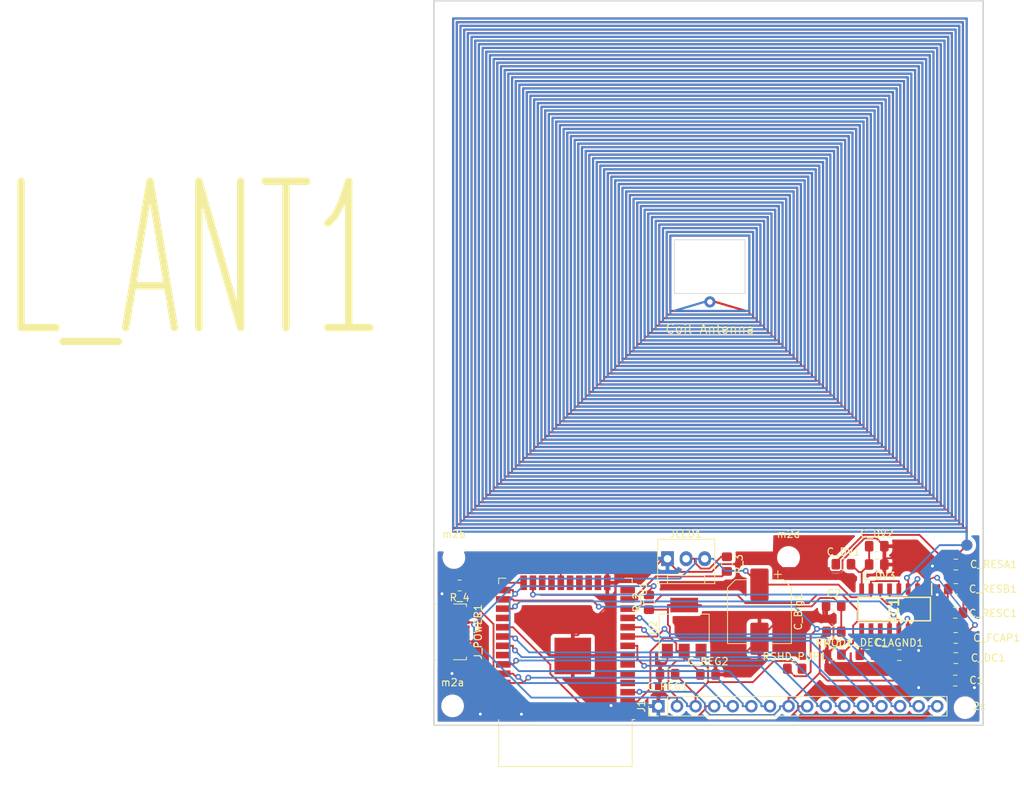
<source format=kicad_pcb>
(kicad_pcb (version 20211014) (generator pcbnew)
  (layers (0 "F.Cu" signal) (31 "B.Cu" signal) (34 "B.Paste" user) (35 "F.Paste" user) (36 "B.SilkS" user "B.Silkscreen") (37 "F.SilkS" user "F.Silkscreen") (38 "B.Mask" user) (39 "F.Mask" user) (44 "Edge.Cuts" user))
  (net 0 "")
  (net 1 "GND")
  (net 2 "+3V3")
  (net 3 "Net-(C_AGND1-Pad1)")
  (net 4 "+5V")
  (net 5 "Net-(C_DC1-Pad1)")
  (net 6 "Net-(C_DEC1-Pad1)")
  (net 7 "Net-(C_DEC1-Pad2)")
  (net 8 "Net-(C_DV1-Pad1)")
  (net 9 "Net-(C_FCAP1-Pad1)")
  (net 10 "Net-(C_RESA1-Pad2)")
  (net 11 "Net-(IC1-Pad3)")
  (net 12 "/EN")
  (net 13 "/RX")
  (net 17 "unconnected-(J_POWER1-Pad6)")
  (net 18 "Net-(R_4-Pad1)")
  (net 23 "/5")
  (net 24 "/22")
  (net 25 "/21")
  (net 26 "/19")
  (net 32 "Net-(U1-Pad20)")
  (net 35 "/18")
  (net 36 "/25")
  (net 38 "/26")
  (net 40 "Net-(JLED1-Pad2)")
  (net 41 "/TX")
  (net 42 "Net-(C_DV1-Pad2)")
  (net 43 "Net-(R_3-Pad2)")
  (net 44 "/IO0")
  (net 45 "/32")
  (net 46 "/RDY_CLK")
  (net 47 "/MOD")
  (net 48 "/DEMOD_OUT")
  (net 49 "/SHD")
  (net 50 "/33")
  (footprint "Connector_USB:USB_Micro-B_Molex_47346-0001" (layer "F.Cu") (at 68.58 142.24 -90)
    (fp_text reference "J_POWER1")
    (fp_text value "USB_B_Micro")
  )
  (footprint "Package_TO_SOT_SMD:SOT-223-3_TabPin2" (layer "F.Cu") (at 100.0472 141.7183 90)
    (fp_text reference "U2")
    (fp_text value "NCP1117-3.3_SOT223")
  )
  (footprint "MountingHole:MountingHole_2.1mm" (layer "F.Cu") (at 114.3 132.08)
    (fp_text reference "m2d")
    (fp_text value "MountingHole_2.1mm")
  )
  (footprint "Connector:FanPinHeader_1x03_P2.54mm_Vertical" (layer "F.Cu") (at 97.7657 132.2433)
    (fp_text reference "JLED1")
    (fp_text value "Conn_01x03")
  )
  (footprint "MountingHole:MountingHole_2.1mm" (layer "F.Cu") (at 68.58 132.08)
    (fp_text reference "m2b")
    (fp_text value "MountingHole_2.1mm")
  )
  (footprint "Capacitor_SMD:C_0805_2012Metric_Pad1.18x1.45mm_HandSolder" (layer "F.Cu") (at 120.4672 138.6641)
    (fp_text reference "C2")
    (fp_text value "1uf")
  )
  (footprint "Capacitor_SMD:C_0805_2012Metric_Pad1.18x1.45mm_HandSolder" (layer "F.Cu") (at 137.16 145.8251)
    (fp_text reference "C_DC1")
    (fp_text value "10NF")
  )
  (footprint "pcb_inductors:60_turn_square_inductor_corrected" (layer "F.Cu") (at 103.5535 93.2118)
    (fp_text reference "L_ANT1")
    (fp_text value "Coil Antenna")
  )
  (footprint "Capacitor_SMD:C_0805_2012Metric_Pad1.18x1.45mm_HandSolder" (layer "F.Cu") (at 97.7755 148.0291 180)
    (fp_text reference "C_REG1")
    (fp_text value "10uf")
  )
  (footprint "Capacitor_SMD:C_0805_2012Metric_Pad1.18x1.45mm_HandSolder" (layer "F.Cu") (at 126.3508 133.0364)
    (fp_text reference "C_DV3")
    (fp_text value "optional")
  )
  (footprint "Capacitor_SMD:C_0805_2012Metric_Pad1.18x1.45mm_HandSolder" (layer "F.Cu") (at 103.2885 148.0582)
    (fp_text reference "C_REG2")
    (fp_text value "10uf")
  )
  (footprint "Capacitor_SMD:C_0805_2012Metric_Pad1.18x1.45mm_HandSolder" (layer "F.Cu") (at 137.1355 143.0688)
    (fp_text reference "C_FCAP1")
    (fp_text value "10nf")
  )
  (footprint "MountingHole:MountingHole_2.1mm" (layer "F.Cu") (at 138.4204 152.599)
    (fp_text reference "m2c")
    (fp_text value "MountingHole_2.1mm")
  )
  (footprint "Capacitor_SMD:CP_Elec_8x10.5" (layer "F.Cu") (at 110.3283 139.4774 -90)
    (fp_text reference "C_Big1")
    (fp_text value "100uf")
  )
  (footprint "Capacitor_SMD:C_0805_2012Metric_Pad1.18x1.45mm_HandSolder" (layer "F.Cu") (at 137.0915 139.6246 180)
    (fp_text reference "C_RESC1")
    (fp_text value "optional")
  )
  (footprint "Resistor_SMD:R_0805_2012Metric_Pad1.20x1.40mm_HandSolder" (layer "F.Cu") (at 95.2306 138.2008 90)
    (fp_text reference "R_2")
    (fp_text value "5k1")
  )
  (footprint "Resistor_SMD:R_0805_2012Metric_Pad1.20x1.40mm_HandSolder" (layer "F.Cu") (at 120.4989 142.2132 180)
    (fp_text reference "R_1")
    (fp_text value "12K")
  )
  (footprint "Capacitor_SMD:C_0805_2012Metric_Pad1.18x1.45mm_HandSolder" (layer "F.Cu") (at 121.7981 132.9918)
    (fp_text reference "C_DV1")
    (fp_text value "0.1nf")
  )
  (footprint "Resistor_SMD:R_0805_2012Metric_Pad1.20x1.40mm_HandSolder" (layer "F.Cu") (at 115.138 147.2729)
    (fp_text reference "RSHD_PUP1")
    (fp_text value "12k")
  )
  (footprint "Capacitor_SMD:C_0805_2012Metric_Pad1.18x1.45mm_HandSolder" (layer "F.Cu") (at 126.3535 130.5276)
    (fp_text reference "C_DV2")
    (fp_text value "3.6nf")
  )
  (footprint "Capacitor_SMD:C_0805_2012Metric_Pad1.18x1.45mm_HandSolder" (layer "F.Cu") (at 125.0798 145.3772)
    (fp_text reference "C_DEC1")
    (fp_text value "100nf")
  )
  (footprint "MountingHole:MountingHole_2.1mm" (layer "F.Cu") (at 68.4005 152.3587)
    (fp_text reference "m2a")
    (fp_text value "MountingHole_2.1mm")
  )
  (footprint "Capacitor_SMD:C_0805_2012Metric_Pad1.18x1.45mm_HandSolder" (layer "F.Cu") (at 137.1551 136.3786)
    (fp_text reference "C_RESB1")
    (fp_text value "470pf")
  )
  (footprint "Connector_PinHeader_2.54mm:PinHeader_1x16_P2.54mm_Vertical" (layer "F.Cu") (at 96.52 152.4 90)
    (fp_text reference "J1")
    (fp_text value "Conn_01x16_Male")
  )
  (footprint "MyLib:SOIC127P602X173-16N" (layer "F.Cu") (at 128.7385 139.122 -90)
    (fp_text reference "IC1")
    (fp_text value "EM4095" hide)
  )
  (footprint "Capacitor_SMD:C_0805_2012Metric_Pad1.18x1.45mm_HandSolder" (layer "F.Cu") (at 137.0804 148.8995 180)
    (fp_text reference "C1")
    (fp_text value "0.1uf")
  )
  (footprint "Capacitor_SMD:C_0805_2012Metric_Pad1.18x1.45mm_HandSolder" (layer "F.Cu") (at 129.4351 145.4138)
    (fp_text reference "C_AGND1")
    (fp_text value "100nf")
  )
  (footprint "Resistor_SMD:R_0805_2012Metric_Pad1.20x1.40mm_HandSolder" (layer "F.Cu") (at 69.3627 135.9022 180)
    (fp_text reference "R_4")
    (fp_text value "5k1")
  )
  (footprint "Capacitor_SMD:C_0805_2012Metric_Pad1.18x1.45mm_HandSolder" (layer "F.Cu") (at 137.16 133.0364)
    (fp_text reference "C_RESA1")
    (fp_text value "2.2nf")
  )
  (footprint "RF_Module:ESP32-WROOM-32" (layer "F.Cu") (at 83.82 144.78 180)
    (fp_text reference "U1")
    (fp_text value "ESP32-WROOM-32")
  )
  (footprint "Resistor_SMD:R_0805_2012Metric_Pad1.20x1.40mm_HandSolder" (layer "F.Cu") (at 105.878 132.9722 -90)
    (fp_text reference "R_3")
    (fp_text value "470")
  )
  (footprint "Resistor_SMD:R_0805_2012Metric_Pad1.20x1.40mm_HandSolder" (layer "F.Cu") (at 120.5355 145.3504)
    (fp_text reference "RMOD1")
    (fp_text value "12k")
  )
  (gr_line (start 133.197525 135.188454) (end 134.62 134.62) (layer "F.Cu") (width 0.2))
  (gr_line (start 139.760626 141.291481) (end 138.399182 142.634147) (layer "F.Cu") (width 0.2))
  (gr_line (start 139.770015 141.31026) (end 134.615305 134.841051) (layer "B.Cu") (width 0.2))
  (gr_line (start 98.729823 88.631514) (end 108.352615 88.631514) (layer "Edge.Cuts") (width 0.1))
  (gr_line (start 108.352615 95.98376) (end 98.729823 95.98376) (layer "Edge.Cuts") (width 0.1))
  (gr_line (start 98.729823 95.98376) (end 98.729823 88.631514) (layer "Edge.Cuts") (width 0.1))
  (gr_rect (start 65.850777 55.956309) (end 140.882618 155.016309) (layer "Edge.Cuts") (width 0.2) (fill none))
  (gr_line (start 108.352615 88.631514) (end 108.352615 95.98376) (layer "Edge.Cuts") (width 0.1))
  (via (at 139.77471 141.296176) (size 0.8) (drill 0.4) (layers "F.Cu" "B.Cu") (net 0))
  (via (at 134.605916 134.841051) (size 0.8) (drill 0.4) (layers "F.Cu" "B.Cu") (net 0))
  (segment (start 68.707 136.5316) (end 72.0639 139.8885) (width 0.25) (layer "F.Cu") (net 1))
  (segment (start 127.391 130.5276) (end 127.391 132.1734) (width 0.25) (layer "F.Cu") (net 1))
  (segment (start 68.707 135.9022) (end 68.707 136.5316) (width 0.25) (layer "F.Cu") (net 1))
  (segment (start 89.4947 153.035) (end 92.32 153.035) (width 0.25) (layer "F.Cu") (net 1))
  (segment (start 133.1835 135.2023) (end 130.1546 132.1734) (width 0.25) (layer "F.Cu") (net 1))
  (segment (start 124.6715 129.456) (end 121.6745 132.453) (width 0.25) (layer "F.Cu") (net 1))
  (segment (start 128.1035 136.397) (end 128.1035 137.4973) (width 0.25) (layer "F.Cu") (net 1))
  (segment (start 95.2142 134.1997) (end 97.1706 132.2433) (width 0.25) (layer "F.Cu") (net 1))
  (segment (start 75.32 153.035) (end 73.9947 153.035) (width 0.25) (layer "F.Cu") (net 1))
  (segment (start 113.4332 133.5133) (end 112.9018 132.9819) (width 0.25) (layer "F.Cu") (net 1))
  (segment (start 126.3194 129.456) (end 124.6715 129.456) (width 0.25) (layer "F.Cu") (net 1))
  (segment (start 133.1835 136.397) (end 133.1835 135.2967) (width 0.25) (layer "F.Cu") (net 1))
  (segment (start 99.2589 134.034) (end 97.4682 132.2433) (width 0.25) (layer "F.Cu") (net 1))
  (segment (start 89.535 134.1997) (end 95.2142 134.1997) (width 0.25) (layer "F.Cu") (net 1))
  (segment (start 96.52 152.4) (end 96.52 151.2247) (width 0.25) (layer "F.Cu") (net 1))
  (segment (start 121.6745 132.453) (end 121.6745 133.7207) (width 0.25) (layer "F.Cu") (net 1))
  (segment (start 127.391 130.5276) (end 126.3194 129.456) (width 0.25) (layer "F.Cu") (net 1))
  (segment (start 132.4609 147.4021) (end 136.6205 147.4021) (width 0.25) (layer "F.Cu") (net 1))
  (segment (start 138.1975 145.8251) (end 136.6205 147.4021) (width 0.25) (layer "F.Cu") (net 1))
  (segment (start 89.535 134.1997) (end 89.0713 133.736) (width 0.25) (layer "F.Cu") (net 1))
  (segment (start 104.8644 132.9819) (end 103.8123 134.034) (width 0.25) (layer "F.Cu") (net 1))
  (segment (start 89.535 135.525) (end 89.535 134.1997) (width 0.25) (layer "F.Cu") (net 1))
  (segment (start 68.707 135.2578) (end 68.707 135.9022) (width 0.25) (layer "F.Cu") (net 1))
  (segment (start 129.3991 146.4873) (end 120.6724 146.4873) (width 0.25) (layer "F.Cu") (net 1))
  (segment (start 105.4475 148.0582) (end 110.3283 143.1774) (width 0.25) (layer "F.Cu") (net 1))
  (segment (start 84.82 142.7097) (end 85.4951 142.7097) (width 0.25) (layer "F.Cu") (net 1))
  (segment (start 96.738 147.2028) (end 96.738 148.0291) (width 0.25) (layer "F.Cu") (net 1))
  (segment (start 72.0639 139.8885) (end 72.0639 142.5314) (width 0.25) (layer "F.Cu") (net 1))
  (segment (start 92.32 153.035) (end 94.7097 153.035) (width 0.25) (layer "F.Cu") (net 1))
  (segment (start 136.6205 147.4021) (end 138.1179 148.8995) (width 0.25) (layer "F.Cu") (net 1))
  (segment (start 113.3656 140.1401) (end 119.045 140.1401) (width 0.25) (layer "F.Cu") (net 1))
  (segment (start 127.3883 133.0364) (end 127.3883 132.1761) (width 0.25) (layer "F.Cu") (net 1))
  (segment (start 89.535 138.6698) (end 89.535 135.525) (width 0.25) (layer "F.Cu") (net 1))
  (segment (start 84.82 146.9476) (end 84.82 145.535) (width 0.25) (layer "F.Cu") (net 1))
  (segment (start 133.1835 135.2967) (end 133.1835 135.2023) (width 0.25) (layer "F.Cu") (net 1))
  (segment (start 96.738 151.0067) (end 96.52 151.2247) (width 0.25) (layer "F.Cu") (net 1))
  (segment (start 104.326 148.0582) (end 105.4475 148.0582) (width 0.25) (layer "F.Cu") (net 1))
  (segment (start 110.3283 143.1774) (end 113.3656 140.1401) (width 0.25) (layer "F.Cu") (net 1))
  (segment (start 112.9018 132.9819) (end 104.8644 132.9819) (width 0.25) (layer "F.Cu") (net 1))
  (segment (start 84.82 146.9476) (end 84.82 148.3603) (width 0.25) (layer "F.Cu") (net 1))
  (segment (start 119.8094 133.7422) (end 119.8094 133.5133) (width 0.25) (layer "F.Cu") (net 1))
  (segment (start 120.4437 144.4422) (end 120.4437 141.5388) (width 0.25) (layer "F.Cu") (net 1))
  (segment (start 119.045 139.0488) (end 119.045 140.1401) (width 0.25) (layer "F.Cu") (net 1))
  (segment (start 97.7472 144.8683) (end 97.7472 146.1936) (width 0.25) (layer "F.Cu") (net 1))
  (segment (start 138.1975 143.0933) (end 138.1975 145.8251) (width 0.25) (layer "F.Cu") (net 1))
  (segment (start 119.4297 138.6641) (end 119.045 139.0488) (width 0.25) (layer "F.Cu") (net 1))
  (segment (start 121.3415 134.0537) (end 120.1209 134.0537) (width 0.25) (layer "F.Cu") (net 1))
  (segment (start 84.82 145.535) (end 84.82 142.7097) (width 0.25) (layer "F.Cu") (net 1))
  (segment (start 119.8094 133.5133) (end 113.4332 133.5133) (width 0.25) (layer "F.Cu") (net 1))
  (segment (start 97.4682 132.2433) (end 97.1706 132.2433) (width 0.25) (layer "F.Cu") (net 1))
  (segment (start 121.6745 133.7207) (end 121.3415 134.0537) (width 0.25) (layer "F.Cu") (net 1))
  (segment (start 130.1546 132.1734) (end 127.391 132.1734) (width 0.25) (layer "F.Cu") (net 1))
  (segment (start 128.1035 137.4973) (end 133.1835 137.4973) (width 0.25) (layer "F.Cu") (net 1))
  (segment (start 85.4951 142.7097) (end 89.535 138.6698) (width 0.25) (layer "F.Cu") (net 1))
  (segment (start 130.4726 145.4138) (end 132.4609 147.4021) (width 0.25) (layer "F.Cu") (net 1))
  (segment (start 133.1835 136.397) (end 133.1835 137.4973) (width 0.25) (layer "F.Cu") (net 1))
  (segment (start 127.3883 132.1761) (end 127.391 132.1734) (width 0.25) (layer "F.Cu") (net 1))
  (segment (start 120.6724 146.4873) (end 119.5355 145.3504) (width 0.25) (layer "F.Cu") (net 1))
  (segment (start 96.52 152.4) (end 95.3447 152.4) (width 0.25) (layer "F.Cu") (net 1))
  (segment (start 97.7472 146.1936) (end 96.738 147.2028) (width 0.25) (layer "F.Cu") (net 1))
  (segment (start 130.4726 145.4138) (end 129.3991 146.4873) (width 0.25) (layer "F.Cu") (net 1))
  (segment (start 119.5355 145.3504) (end 120.4437 144.4422) (width 0.25) (layer "F.Cu") (net 1))
  (segment (start 71.0553 150.0956) (end 71.0553 143.54) (width 0.25) (layer "F.Cu") (net 1))
  (segment (start 72.0639 142.5314) (end 71.0553 143.54) (width 0.25) (layer "F.Cu") (net 1))
  (segment (start 120.4437 141.5388) (end 119.045 140.1401) (width 0.25) (layer "F.Cu") (net 1))
  (segment (start 138.173 143.0688) (end 138.1975 143.0933) (width 0.25) (layer "F.Cu") (net 1))
  (segment (start 97.7657 132.2433) (end 97.4682 132.2433) (width 0.25) (layer "F.Cu") (net 1))
  (segment (start 96.738 148.0291) (end 96.738 151.0067) (width 0.25) (layer "F.Cu") (net 1))
  (segment (start 89.0713 133.736) (end 70.2288 133.736) (width 0.25) (layer "F.Cu") (net 1))
  (segment (start 73.9947 153.035) (end 71.0553 150.0956) (width 0.25) (layer "F.Cu") (net 1))
  (segment (start 70.04 143.54) (end 71.0553 143.54) (width 0.25) (layer "F.Cu") (net 1))
  (segment (start 94.7097 153.035) (end 95.3447 152.4) (width 0.25) (layer "F.Cu") (net 1))
  (segment (start 70.2288 133.736) (end 68.707 135.2578) (width 0.25) (layer "F.Cu") (net 1))
  (segment (start 84.82 148.3603) (end 89.4947 153.035) (width 0.25) (layer "F.Cu") (net 1))
  (segment (start 120.1209 134.0537) (end 119.8094 133.7422) (width 0.25) (layer "F.Cu") (net 1))
  (segment (start 103.8123 134.034) (end 99.2589 134.034) (width 0.25) (layer "F.Cu") (net 1))
  (segment (start 68.3627 135.9022) (end 68.707 135.9022) (width 0.25) (layer "F.Cu") (net 1))
  (via (at 72.190982 153.48446) (size 0.8) (drill 0.4) (layers "F.Cu" "B.Cu") (net 1))
  (via (at 68.317907 147.935401) (size 0.8) (drill 0.4) (layers "F.Cu" "B.Cu") (net 1))
  (via (at 66.955655 137.02855) (size 0.8) (drill 0.4) (layers "F.Cu" "B.Cu") (net 1))
  (via (at 139.7 149.86) (size 0.8) (drill 0.4) (layers "F.Cu" "B.Cu") (net 1))
  (via (at 132.08 144.78) (size 0.8) (drill 0.4) (layers "F.Cu" "B.Cu") (net 1))
  (via (at 77.810462 153.498544) (size 0.8) (drill 0.4) (layers "F.Cu" "B.Cu") (net 1))
  (via (at 133.959431 133.240382) (size 0.8) (drill 0.4) (layers "F.Cu" "B.Cu") (net 1))
  (via (at 134.62 137.16) (size 0.8) (drill 0.4) (layers "F.Cu" "B.Cu") (net 1))
  (via (at 90.04835 152.312139) (size 0.8) (drill 0.4) (layers "F.Cu" "B.Cu") (net 1))
  (via (at 132.08 149.86) (size 0.8) (drill 0.4) (layers "F.Cu" "B.Cu") (net 1))
  (segment (start 100.0472 138.5683) (end 102.2725 138.5683) (width 0.25) (layer "F.Cu") (net 2))
  (segment (start 97.8219 139.2008) (end 95.2306 139.2008) (width 0.25) (layer "F.Cu") (net 2))
  (segment (start 100.0472 145.6184) (end 100.0472 146.1936) (width 0.25) (layer "F.Cu") (net 2))
  (segment (start 118.6026 137.6098) (end 120.4504 137.6098) (width 0.25) (layer "F.Cu") (net 2))
  (segment (start 102.2725 138.5683) (end 102.4596 138.7554) (width 0.25) (layer "F.Cu") (net 2))
  (segment (start 98.2411 143.102) (end 98.0858 143.102) (width 0.25) (layer "F.Cu") (net 2))
  (segment (start 95.4241 149.9862) (end 93.6453 151.765) (width 0.25) (layer "F.Cu") (net 2))
  (segment (start 97.8909 150.0556) (end 99.06 151.2247) (width 0.25) (layer "F.Cu") (net 2))
  (segment (start 102.4596 138.7554) (end 117.457 138.7554) (width 0.25) (layer "F.Cu") (net 2))
  (segment (start 121.5047 142.2074) (end 121.5047 138.6641) (width 0.25) (layer "F.Cu") (net 2))
  (segment (start 102.251 147.8222) (end 102.251 148.0582) (width 0.25) (layer "F.Cu") (net 2))
  (segment (start 100.0472 145.0432) (end 100.0472 145.6184) (width 0.25) (layer "F.Cu") (net 2))
  (segment (start 100.0472 146.1936) (end 98.962 146.1936) (width 0.25) (layer "F.Cu") (net 2))
  (segment (start 97.2208 143.102) (end 95.4241 144.8987) (width 0.25) (layer "F.Cu") (net 2))
  (segment (start 121.4989 142.2132) (end 121.5047 142.2074) (width 0.25) (layer "F.Cu") (net 2))
  (segment (start 120.4504 137.6098) (end 121.5047 138.6641) (width 0.25) (layer "F.Cu") (net 2))
  (segment (start 98.9719 143.8328) (end 98.2411 143.102) (width 0.25) (layer "F.Cu") (net 2))
  (segment (start 117.457 138.7554) (end 118.6026 137.6098) (width 0.25) (layer "F.Cu") (net 2))
  (segment (start 97.8909 147.2647) (end 97.8909 150.0556) (width 0.25) (layer "F.Cu") (net 2))
  (segment (start 100.0472 144.8683) (end 98.9719 144.8683) (width 0.25) (layer "F.Cu") (net 2))
  (segment (start 95.4241 144.8987) (end 95.4241 149.9862) (width 0.25) (layer "F.Cu") (net 2))
  (segment (start 98.9719 144.8683) (end 98.9719 143.8328) (width 0.25) (layer "F.Cu") (net 2))
  (segment (start 92.32 151.765) (end 93.6453 151.765) (width 0.25) (layer "F.Cu") (net 2))
  (segment (start 98.962 146.1936) (end 97.8909 147.2647) (width 0.25) (layer "F.Cu") (net 2))
  (segment (start 99.06 152.4) (end 99.06 151.2247) (width 0.25) (layer "F.Cu") (net 2))
  (segment (start 98.0858 143.102) (end 98.0858 141.5347) (width 0.25) (layer "F.Cu") (net 2))
  (segment (start 97.8219 141.2708) (end 97.8219 139.2008) (width 0.25) (layer "F.Cu") (net 2))
  (segment (start 100.0472 138.5683) (end 97.8219 138.5683) (width 0.25) (layer "F.Cu") (net 2))
  (segment (start 100.0472 145.6184) (end 102.251 147.8222) (width 0.25) (layer "F.Cu") (net 2))
  (segment (start 100.0472 145.0432) (end 100.0472 144.8683) (width 0.25) (layer "F.Cu") (net 2))
  (segment (start 97.8219 138.5683) (end 97.8219 139.2008) (width 0.25) (layer "F.Cu") (net 2))
  (segment (start 98.0858 141.5347) (end 97.8219 141.2708) (width 0.25) (layer "F.Cu") (net 2))
  (segment (start 98.0858 143.102) (end 97.2208 143.102) (width 0.25) (layer "F.Cu") (net 2))
  (segment (start 126.8335 143.8497) (end 126.8335 141.847) (width 0.25) (layer "F.Cu") (net 3))
  (segment (start 128.3976 145.4138) (end 126.8335 143.8497) (width 0.25) (layer "F.Cu") (net 3))
  (segment (start 122.8371 137.4973) (end 121.1172 135.7774) (width 0.25) (layer "F.Cu") (net 4))
  (segment (start 98.813 148.0291) (end 101.6 150.8161) (width 0.25) (layer "F.Cu") (net 4))
  (segment (start 116.138 147.2729) (end 115.0824 146.2173) (width 0.25) (layer "F.Cu") (net 4))
  (segment (start 103.3065 147.1529) (end 102.3472 146.1936) (width 0.25) (layer "F.Cu") (net 4))
  (segment (start 110.3283 135.7774) (end 108.4522 133.9013) (width 0.25) (layer "F.Cu") (net 4))
  (segment (start 71.3345 141.24) (end 71.0553 140.9608) (width 0.25) (layer "F.Cu") (net 4))
  (segment (start 70.04 140.94) (end 71.0553 140.94) (width 0.25) (layer "F.Cu") (net 4))
  (segment (start 125.5635 135.8468) (end 125.5635 135.2967) (width 0.25) (layer "F.Cu") (net 4))
  (segment (start 112.3161 146.2173) (end 109.4238 149.1096) (width 0.25) (layer "F.Cu") (net 4))
  (segment (start 101.6 150.8161) (end 101.6 151.2247) (width 0.25) (layer "F.Cu") (net 4))
  (segment (start 109.4238 149.1096) (end 103.3065 149.1096) (width 0.25) (layer "F.Cu") (net 4))
  (segment (start 115.0824 146.2173) (end 112.3161 146.2173) (width 0.25) (layer "F.Cu") (net 4))
  (segment (start 125.5635 135.2967) (end 129.3735 135.2967) (width 0.25) (layer "F.Cu") (net 4))
  (segment (start 71.0553 140.9608) (end 71.0553 140.94) (width 0.25) (layer "F.Cu") (net 4))
  (segment (start 101.6 152.4) (end 101.6 151.2247) (width 0.25) (layer "F.Cu") (net 4))
  (segment (start 103.3065 149.1096) (end 101.6 150.8161) (width 0.25) (layer "F.Cu") (net 4))
  (segment (start 121.1172 135.7774) (end 110.3283 135.7774) (width 0.25) (layer "F.Cu") (net 4))
  (segment (start 125.5635 137.4973) (end 122.8371 137.4973) (width 0.25) (layer "F.Cu") (net 4))
  (segment (start 102.3472 144.8683) (end 102.3472 146.1936) (width 0.25) (layer "F.Cu") (net 4))
  (segment (start 125.5635 135.8468) (end 125.5635 136.397) (width 0.25) (layer "F.Cu") (net 4))
  (segment (start 103.3065 149.1096) (end 103.3065 147.1529) (width 0.25) (layer "F.Cu") (net 4))
  (segment (start 129.3735 136.397) (end 129.3735 135.2967) (width 0.25) (layer "F.Cu") (net 4))
  (segment (start 125.5635 136.397) (end 125.5635 137.4973) (width 0.25) (layer "F.Cu") (net 4))
  (via (at 108.4522 133.9013) (size 0.8) (drill 0.4) (layers "F.Cu" "B.Cu") (net 4))
  (via (at 71.3345 141.24) (size 0.8) (drill 0.4) (layers "F.Cu" "B.Cu") (net 4))
  (segment (start 103.4409 132.2433) (end 104.036 132.2433) (width 0.25) (layer "B.Cu") (net 4))
  (segment (start 79.1642 151.2247) (end 99.6168 151.2247) (width 0.25) (layer "B.Cu") (net 4))
  (segment (start 71.3345 141.24) (end 71.3345 143.395) (width 0.25) (layer "B.Cu") (net 4))
  (segment (start 77.6177 134.9568) (end 71.3345 141.24) (width 0.25) (layer "B.Cu") (net 4))
  (segment (start 100.4247 152.0326) (end 100.4247 152.4) (width 0.25) (layer "B.Cu") (net 4))
  (segment (start 101.6554 132.2433) (end 101.6554 132.7641) (width 0.25) (layer "B.Cu") (net 4))
  (segment (start 104.036 132.2433) (end 105.694 133.9013) (width 0.25) (layer "B.Cu") (net 4))
  (segment (start 102.8457 132.2433) (end 101.6554 132.2433) (width 0.25) (layer "B.Cu") (net 4))
  (segment (start 103.4409 132.2433) (end 102.8457 132.2433) (width 0.25) (layer "B.Cu") (net 4))
  (segment (start 105.694 133.9013) (end 108.4522 133.9013) (width 0.25) (layer "B.Cu") (net 4))
  (segment (start 101.6 152.4) (end 100.4247 152.4) (width 0.25) (layer "B.Cu") (net 4))
  (segment (start 101.6554 132.7641) (end 99.4627 134.9568) (width 0.25) (layer "B.Cu") (net 4))
  (segment (start 99.4627 134.9568) (end 77.6177 134.9568) (width 0.25) (layer "B.Cu") (net 4))
  (segment (start 71.3345 143.395) (end 79.1642 151.2247) (width 0.25) (layer "B.Cu") (net 4))
  (segment (start 99.6168 151.2247) (end 100.4247 152.0326) (width 0.25) (layer "B.Cu") (net 4))
  (segment (start 133.2447 142.9473) (end 136.1225 145.8251) (width 0.25) (layer "F.Cu") (net 5))
  (segment (start 133.1835 141.847) (end 133.1835 142.9473) (width 0.25) (layer "F.Cu") (net 5))
  (segment (start 133.1835 142.9473) (end 133.2447 142.9473) (width 0.25) (layer "F.Cu") (net 5))
  (segment (start 124.0423 143.1985) (end 124.0423 145.3772) (width 0.25) (layer "F.Cu") (net 6))
  (segment (start 124.2935 142.9473) (end 124.0423 143.1985) (width 0.25) (layer "F.Cu") (net 6))
  (segment (start 124.2935 141.847) (end 124.2935 142.9473) (width 0.25) (layer "F.Cu") (net 6))
  (segment (start 125.5635 141.847) (end 125.5635 144.8234) (width 0.25) (layer "F.Cu") (net 7))
  (segment (start 125.5635 144.8234) (end 126.1173 145.3772) (width 0.25) (layer "F.Cu") (net 7))
  (segment (start 120.7606 132.9918) (end 120.7606 132.73) (width 0.25) (layer "F.Cu") (net 8))
  (segment (start 136.1176 133.0413) (end 136.1225 133.0364) (width 0.25) (layer "F.Cu") (net 8))
  (segment (start 136.1176 136.3786) (end 136.054 136.4422) (width 0.25) (layer "F.Cu") (net 8))
  (segment (start 136.1176 136.3786) (end 136.1176 133.0413) (width 0.25) (layer "F.Cu") (net 8))
  (segment (start 132.1807 128.9855) (end 136.1225 132.9273) (width 0.25) (layer "F.Cu") (net 8))
  (segment (start 136.054 136.4422) (end 136.054 139.6246) (width 0.25) (layer "F.Cu") (net 8))
  (segment (start 136.1225 133.0364) (end 136.1225 132.9273) (width 0.25) (layer "F.Cu") (net 8))
  (segment (start 138.6632 130.3866) (end 136.1225 132.9273) (width 0.25) (layer "F.Cu") (net 8))
  (segment (start 120.7606 132.73) (end 124.5051 128.9855) (width 0.25) (layer "F.Cu") (net 8))
  (segment (start 124.5051 128.9855) (end 132.1807 128.9855) (width 0.25) (layer "F.Cu") (net 8))
  (segment (start 131.9135 140.7467) (end 133.7759 140.7467) (width 0.25) (layer "F.Cu") (net 9))
  (segment (start 131.9135 141.847) (end 131.9135 140.7467) (width 0.25) (layer "F.Cu") (net 9))
  (segment (start 133.7759 140.7467) (end 136.098 143.0688) (width 0.25) (layer "F.Cu") (net 9))
  (segment (start 138.1926 136.3786) (end 138.1926 139.561) (width 0.25) (layer "F.Cu") (net 10))
  (segment (start 127.7721 138.4359) (end 126.8335 137.4973) (width 0.25) (layer "F.Cu") (net 10))
  (segment (start 138.1926 139.561) (end 138.129 139.6246) (width 0.25) (layer "F.Cu") (net 10))
  (segment (start 138.129 139.6246) (end 137.0638 140.6898) (width 0.25) (layer "F.Cu") (net 10))
  (segment (start 126.8335 136.397) (end 126.8335 137.4973) (width 0.25) (layer "F.Cu") (net 10))
  (segment (start 134.7153 140.6898) (end 132.4614 138.4359) (width 0.25) (layer "F.Cu") (net 10))
  (segment (start 138.1926 133.0413) (end 138.1926 136.3786) (width 0.25) (layer "F.Cu") (net 10))
  (segment (start 132.4614 138.4359) (end 127.7721 138.4359) (width 0.25) (layer "F.Cu") (net 10))
  (segment (start 138.1975 133.0364) (end 138.1926 133.0413) (width 0.25) (layer "F.Cu") (net 10))
  (segment (start 137.0638 140.6898) (end 134.7153 140.6898) (width 0.25) (layer "F.Cu") (net 10))
  (segment (start 130.4694 135.1226) (end 130.4694 134.8494) (width 0.25) (layer "F.Cu") (net 11))
  (segment (start 130.6435 136.397) (end 130.6435 135.2967) (width 0.25) (layer "F.Cu") (net 11))
  (segment (start 130.6435 135.2967) (end 130.4694 135.1226) (width 0.25) (layer "F.Cu") (net 11))
  (via (at 130.4694 134.8494) (size 0.8) (drill 0.4) (layers "F.Cu" "B.Cu") (net 11))
  (segment (start 130.4694 134.8494) (end 134.9371 130.3817) (width 0.25) (layer "B.Cu") (net 11))
  (segment (start 134.9371 130.3817) (end 138.6588 130.3817) (width 0.25) (layer "B.Cu") (net 11))
  (segment (start 114.3 152.4) (end 114.3 151.2247) (width 0.25) (layer "F.Cu") (net 12))
  (segment (start 114.3 151.2247) (end 115.1815 151.2247) (width 0.25) (layer "F.Cu") (net 12))
  (segment (start 119.6165 148.8995) (end 118.5616 147.8446) (width 0.25) (layer "F.Cu") (net 12))
  (segment (start 118.5616 147.8446) (end 118.5616 143.1505) (width 0.25) (layer "F.Cu") (net 12))
  (segment (start 115.1815 151.2247) (end 118.5616 147.8446) (width 0.25) (layer "F.Cu") (net 12))
  (segment (start 118.5616 143.1505) (end 119.4989 142.2132) (width 0.25) (layer "F.Cu") (net 12))
  (segment (start 93.8671 150.495) (end 93.9289 150.4332) (width 0.25) (layer "F.Cu") (net 12))
  (segment (start 92.32 150.495) (end 93.8671 150.495) (width 0.25) (layer "F.Cu") (net 12))
  (segment (start 136.0429 148.8995) (end 119.6165 148.8995) (width 0.25) (layer "F.Cu") (net 12))
  (via (at 93.9289 150.4332) (size 0.8) (drill 0.4) (layers "F.Cu" "B.Cu") (net 12))
  (segment (start 113.1247 152.7673) (end 112.287 153.605) (width 0.25) (layer "B.Cu") (net 12))
  (segment (start 101.2967 150.4332) (end 93.9289 150.4332) (width 0.25) (layer "B.Cu") (net 12))
  (segment (start 102.87 152.0065) (end 101.2967 150.4332) (width 0.25) (layer "B.Cu") (net 12))
  (segment (start 113.1247 152.4) (end 113.1247 152.7673) (width 0.25) (layer "B.Cu") (net 12))
  (segment (start 102.87 152.8891) (end 102.87 152.0065) (width 0.25) (layer "B.Cu") (net 12))
  (segment (start 114.3 152.4) (end 113.1247 152.4) (width 0.25) (layer "B.Cu") (net 12))
  (segment (start 103.5859 153.605) (end 102.87 152.8891) (width 0.25) (layer "B.Cu") (net 12))
  (segment (start 112.287 153.605) (end 103.5859 153.605) (width 0.25) (layer "B.Cu") (net 12))
  (segment (start 77.085 148.3947) (end 77.3737 148.3947) (width 0.25) (layer "F.Cu") (net 13))
  (segment (start 75.32 147.955) (end 76.6453 147.955) (width 0.25) (layer "F.Cu") (net 13))
  (segment (start 76.6453 147.955) (end 77.085 148.3947) (width 0.25) (layer "F.Cu") (net 13))
  (via (at 77.3737 148.3947) (size 0.8) (drill 0.4) (layers "F.Cu" "B.Cu") (net 13))
  (segment (start 78.2144 149.2354) (end 102.7074 149.2354) (width 0.25) (layer "B.Cu") (net 13))
  (segment (start 106.68 152.4) (end 105.5047 152.4) (width 0.25) (layer "B.Cu") (net 13))
  (segment (start 105.5047 152.0327) (end 105.5047 152.4) (width 0.25) (layer "B.Cu") (net 13))
  (segment (start 77.3737 148.3947) (end 78.2144 149.2354) (width 0.25) (layer "B.Cu") (net 13))
  (segment (start 102.7074 149.2354) (end 105.5047 152.0327) (width 0.25) (layer "B.Cu") (net 13))
  (segment (start 67.38 141.09) (end 67.38 142.3153) (width 0.25) (layer "F.Cu") (net 17))
  (segment (start 68.6553 144.7275) (end 68.6553 145.315) (width 0.25) (layer "F.Cu") (net 17))
  (segment (start 67.38 143.79) (end 68.6553 143.79) (width 0.25) (layer "F.Cu") (net 17))
  (segment (start 67.38 138.865) (end 67.38 139.7525) (width 0.25) (layer "F.Cu") (net 17))
  (segment (start 67.38 139.7525) (end 68.8547 139.7525) (width 0.25) (layer "F.Cu") (net 17))
  (segment (start 67.38 142.3153) (end 67.8395 142.3153) (width 0.25) (layer "F.Cu") (net 17))
  (segment (start 69.955 144.7275) (end 68.8547 144.7275) (width 0.25) (layer "F.Cu") (net 17))
  (segment (start 67.8395 142.3153) (end 68.6553 143.1311) (width 0.25) (layer "F.Cu") (net 17))
  (segment (start 68.6553 143.79) (end 68.6553 144.7275) (width 0.25) (layer "F.Cu") (net 17))
  (segment (start 68.6553 145.315) (end 68.3553 145.615) (width 0.25) (layer "F.Cu") (net 17))
  (segment (start 67.38 145.615) (end 68.3553 145.615) (width 0.25) (layer "F.Cu") (net 17))
  (segment (start 68.8547 144.7275) (end 68.6553 144.7275) (width 0.25) (layer "F.Cu") (net 17))
  (segment (start 69.955 139.7525) (end 68.8547 139.7525) (width 0.25) (layer "F.Cu") (net 17))
  (segment (start 68.6553 143.1311) (end 68.6553 143.79) (width 0.25) (layer "F.Cu") (net 17))
  (segment (start 67.38 139.7525) (end 67.38 141.09) (width 0.25) (layer "F.Cu") (net 17))
  (segment (start 70.7399 135.525) (end 70.3627 135.9022) (width 0.25) (layer "F.Cu") (net 18))
  (segment (start 78.105 135.525) (end 70.7399 135.525) (width 0.25) (layer "F.Cu") (net 18))
  (segment (start 101.9176 153.8144) (end 102.9647 152.7673) (width 0.25) (layer "F.Cu") (net 23))
  (segment (start 76.6453 141.605) (end 81.7543 146.714) (width 0.25) (layer "F.Cu") (net 23))
  (segment (start 87.5901 153.8144) (end 101.9176 153.8144) (width 0.25) (layer "F.Cu") (net 23))
  (segment (start 81.7543 147.9786) (end 87.5901 153.8144) (width 0.25) (layer "F.Cu") (net 23))
  (segment (start 81.7543 146.714) (end 81.7543 147.9786) (width 0.25) (layer "F.Cu") (net 23))
  (segment (start 104.14 152.4) (end 102.9647 152.4) (width 0.25) (layer "F.Cu") (net 23))
  (segment (start 75.32 141.605) (end 76.6453 141.605) (width 0.25) (layer "F.Cu") (net 23))
  (segment (start 102.9647 152.7673) (end 102.9647 152.4) (width 0.25) (layer "F.Cu") (net 23))
  (segment (start 75.32 150.495) (end 76.6453 150.495) (width 0.25) (layer "F.Cu") (net 24))
  (segment (start 116.84 152.4) (end 115.6647 152.4) (width 0.25) (layer "F.Cu") (net 24))
  (segment (start 115.6647 152.7673) (end 115.6647 152.4) (width 0.25) (layer "F.Cu") (net 24))
  (segment (start 80.4807 154.3304) (end 114.1016 154.3304) (width 0.25) (layer "F.Cu") (net 24))
  (segment (start 114.1016 154.3304) (end 115.6647 152.7673) (width 0.25) (layer "F.Cu") (net 24))
  (segment (start 76.6453 150.495) (end 80.4807 154.3304) (width 0.25) (layer "F.Cu") (net 24))
  (segment (start 76.6453 146.685) (end 77.0761 146.2542) (width 0.25) (layer "F.Cu") (net 25))
  (segment (start 75.32 146.685) (end 76.6453 146.685) (width 0.25) (layer "F.Cu") (net 25))
  (segment (start 77.0761 146.2542) (end 77.0761 146.1686) (width 0.25) (layer "F.Cu") (net 25))
  (via (at 77.0761 146.1686) (size 0.8) (drill 0.4) (layers "F.Cu" "B.Cu") (net 25))
  (segment (start 112.2892 146.1509) (end 77.0938 146.1509) (width 0.25) (layer "B.Cu") (net 25))
  (segment (start 118.2047 152.0664) (end 112.2892 146.1509) (width 0.25) (layer "B.Cu") (net 25))
  (segment (start 118.2047 152.4) (end 118.2047 152.0664) (width 0.25) (layer "B.Cu") (net 25))
  (segment (start 119.38 152.4) (end 118.2047 152.4) (width 0.25) (layer "B.Cu") (net 25))
  (segment (start 77.0938 146.1509) (end 77.0761 146.1686) (width 0.25) (layer "B.Cu") (net 25))
  (segment (start 75.32 144.145) (end 76.6453 144.145) (width 0.25) (layer "F.Cu") (net 26))
  (segment (start 76.6453 144.145) (end 76.6453 144.4906) (width 0.25) (layer "F.Cu") (net 26))
  (segment (start 76.6453 144.4906) (end 76.9261 144.7714) (width 0.25) (layer "F.Cu") (net 26))
  (via (at 76.9261 144.7714) (size 0.8) (drill 0.4) (layers "F.Cu" "B.Cu") (net 26))
  (segment (start 77.8553 145.7006) (end 76.9261 144.7714) (width 0.25) (layer "B.Cu") (net 26))
  (segment (start 121.92 152.4) (end 120.7447 152.4) (width 0.25) (layer "B.Cu") (net 26))
  (segment (start 114.4126 145.7006) (end 77.8553 145.7006) (width 0.25) (layer "B.Cu") (net 26))
  (segment (start 120.7447 152.0327) (end 114.4126 145.7006) (width 0.25) (layer "B.Cu") (net 26))
  (segment (start 120.7447 152.4) (end 120.7447 152.0327) (width 0.25) (layer "B.Cu") (net 26))
  (segment (start 73.9947 151.765) (end 73.9947 141.1824) (width 0.25) (layer "F.Cu") (net 32))
  (segment (start 70.402 134.1997) (end 83.185 134.1997) (width 0.25) (layer "F.Cu") (net 32))
  (segment (start 69.4275 136.6152) (end 69.4275 135.1742) (width 0.25) (layer "F.Cu") (net 32))
  (segment (start 73.9947 141.1824) (end 69.4275 136.6152) (width 0.25) (layer "F.Cu") (net 32))
  (segment (start 75.32 151.765) (end 73.9947 151.765) (width 0.25) (layer "F.Cu") (net 32))
  (segment (start 69.4275 135.1742) (end 70.402 134.1997) (width 0.25) (layer "F.Cu") (net 32))
  (segment (start 83.185 135.525) (end 83.185 134.1997) (width 0.25) (layer "F.Cu") (net 32))
  (segment (start 75.32 142.875) (end 76.6453 142.875) (width 0.25) (layer "F.Cu") (net 35))
  (segment (start 76.9015 143.1312) (end 76.9561 143.1312) (width 0.25) (layer "F.Cu") (net 35))
  (segment (start 76.6453 142.875) (end 76.9015 143.1312) (width 0.25) (layer "F.Cu") (net 35))
  (via (at 76.9561 143.1312) (size 0.8) (drill 0.4) (layers "F.Cu" "B.Cu") (net 35))
  (segment (start 78.8678 145.0429) (end 116.2949 145.0429) (width 0.25) (layer "B.Cu") (net 35))
  (segment (start 116.2949 145.0429) (end 123.2847 152.0327) (width 0.25) (layer "B.Cu") (net 35))
  (segment (start 124.46 152.4) (end 123.2847 152.4) (width 0.25) (layer "B.Cu") (net 35))
  (segment (start 123.2847 152.0327) (end 123.2847 152.4) (width 0.25) (layer "B.Cu") (net 35))
  (segment (start 76.9561 143.1312) (end 78.8678 145.0429) (width 0.25) (layer "B.Cu") (net 35))
  (segment (start 94.1787 141.605) (end 94.5681 141.9944) (width 0.25) (layer "F.Cu") (net 36))
  (segment (start 92.32 141.605) (end 94.1787 141.605) (width 0.25) (layer "F.Cu") (net 36))
  (via (at 94.5681 141.9944) (size 0.8) (drill 0.4) (layers "F.Cu" "B.Cu") (net 36))
  (segment (start 125.8247 152.0327) (end 125.8247 152.4) (width 0.25) (layer "B.Cu") (net 36))
  (segment (start 117.2533 143.4613) (end 125.8247 152.0327) (width 0.25) (layer "B.Cu") (net 36))
  (segment (start 127 152.4) (end 125.8247 152.4) (width 0.25) (layer "B.Cu") (net 36))
  (segment (start 96.035 143.4613) (end 117.2533 143.4613) (width 0.25) (layer "B.Cu") (net 36))
  (segment (start 94.5681 141.9944) (end 96.035 143.4613) (width 0.25) (layer "B.Cu") (net 36))
  (segment (start 92.32 140.335) (end 93.9338 140.335) (width 0.25) (layer "F.Cu") (net 38))
  (via (at 93.9338 140.335) (size 0.8) (drill 0.4) (layers "F.Cu" "B.Cu") (net 38))
  (segment (start 129.54 152.4) (end 128.3647 152.4) (width 0.25) (layer "B.Cu") (net 38))
  (segment (start 94.1975 140.335) (end 93.9338 140.335) (width 0.25) (layer "B.Cu") (net 38))
  (segment (start 128.3647 152.0327) (end 119.3429 143.0109) (width 0.25) (layer "B.Cu") (net 38))
  (segment (start 96.8734 143.0109) (end 94.1975 140.335) (width 0.25) (layer "B.Cu") (net 38))
  (segment (start 119.3429 143.0109) (end 96.8734 143.0109) (width 0.25) (layer "B.Cu") (net 38))
  (segment (start 128.3647 152.4) (end 128.3647 152.0327) (width 0.25) (layer "B.Cu") (net 38))
  (segment (start 101.496 132.7641) (end 101.496 132.2433) (width 0.25) (layer "F.Cu") (net 40))
  (segment (start 105.0938 131.9722) (end 103.4824 133.5836) (width 0.25) (layer "F.Cu") (net 40))
  (segment (start 100.3057 132.2433) (end 101.496 132.2433) (width 0.25) (layer "F.Cu") (net 40))
  (segment (start 103.4824 133.5836) (end 102.3155 133.5836) (width 0.25) (layer "F.Cu") (net 40))
  (segment (start 102.3155 133.5836) (end 101.496 132.7641) (width 0.25) (layer "F.Cu") (net 40))
  (segment (start 105.878 131.9722) (end 105.0938 131.9722) (width 0.25) (layer "F.Cu") (net 40))
  (segment (start 75.32 149.225) (end 76.6453 149.225) (width 0.25) (layer "F.Cu") (net 41))
  (segment (start 76.6453 149.225) (end 78.025 149.225) (width 0.25) (layer "F.Cu") (net 41))
  (segment (start 78.025 149.225) (end 78.7478 148.5022) (width 0.25) (layer "F.Cu") (net 41))
  (via (at 78.7478 148.5022) (size 0.8) (drill 0.4) (layers "F.Cu" "B.Cu") (net 41))
  (segment (start 109.22 152.4) (end 108.0447 152.4) (width 0.25) (layer "B.Cu") (net 41))
  (segment (start 108.0447 152.4) (end 108.0447 152.0327) (width 0.25) (layer "B.Cu") (net 41))
  (segment (start 108.0447 152.0327) (end 104.5142 148.5022) (width 0.25) (layer "B.Cu") (net 41))
  (segment (start 104.5142 148.5022) (end 78.7478 148.5022) (width 0.25) (layer "B.Cu") (net 41))
  (segment (start 124.2935 134.0562) (end 125.3133 133.0364) (width 0.25) (layer "F.Cu") (net 42))
  (segment (start 123.9 134.0562) (end 122.8356 132.9918) (width 0.25) (layer "F.Cu") (net 42))
  (segment (start 124.2935 134.0562) (end 123.9 134.0562) (width 0.25) (layer "F.Cu") (net 42))
  (segment (start 124.2935 136.397) (end 124.2935 134.0562) (width 0.25) (layer "F.Cu") (net 42))
  (segment (start 125.316 133.0337) (end 125.316 130.5276) (width 0.25) (layer "F.Cu") (net 42))
  (segment (start 125.3133 133.0364) (end 125.316 133.0337) (width 0.25) (layer "F.Cu") (net 42))
  (segment (start 105.878 133.9722) (end 105.2001 134.6501) (width 0.25) (layer "F.Cu") (net 43))
  (segment (start 93.6453 137.1622) (end 93.6453 137.795) (width 0.25) (layer "F.Cu") (net 43))
  (segment (start 96.1574 134.6501) (end 93.6453 137.1622) (width 0.25) (layer "F.Cu") (net 43))
  (segment (start 105.2001 134.6501) (end 96.1574 134.6501) (width 0.25) (layer "F.Cu") (net 43))
  (segment (start 92.32 137.795) (end 93.6453 137.795) (width 0.25) (layer "F.Cu") (net 43))
  (segment (start 75.32 136.525) (end 76.6453 136.525) (width 0.25) (layer "F.Cu") (net 44))
  (segment (start 95.2306 136.6329) (end 95.2306 137.2008) (width 0.25) (layer "F.Cu") (net 44))
  (segment (start 76.6453 136.7413) (end 76.9517 137.0477) (width 0.25) (layer "F.Cu") (net 44))
  (segment (start 95.8764 135.9871) (end 95.2306 136.6329) (width 0.25) (layer "F.Cu") (net 44))
  (segment (start 76.6453 136.525) (end 76.6453 136.7413) (width 0.25) (layer "F.Cu") (net 44))
  (via (at 76.9517 137.0477) (size 0.8) (drill 0.4) (layers "F.Cu" "B.Cu") (net 44))
  (via (at 95.8764 135.9871) (size 0.8) (drill 0.4) (layers "F.Cu" "B.Cu") (net 44))
  (segment (start 110.5847 152.4) (end 110.5847 152.0327) (width 0.25) (layer "B.Cu") (net 44))
  (segment (start 76.1989 137.8005) (end 76.9517 137.0477) (width 0.25) (layer "B.Cu") (net 44))
  (segment (start 106.1537 147.6017) (end 77.4536 147.6017) (width 0.25) (layer "B.Cu") (net 44))
  (segment (start 76.9517 137.0477) (end 78.0123 135.9871) (width 0.25) (layer "B.Cu") (net 44))
  (segment (start 78.0123 135.9871) (end 95.8764 135.9871) (width 0.25) (layer "B.Cu") (net 44))
  (segment (start 111.76 152.4) (end 110.5847 152.4) (width 0.25) (layer "B.Cu") (net 44))
  (segment (start 76.1989 146.347) (end 76.1989 137.8005) (width 0.25) (layer "B.Cu") (net 44))
  (segment (start 77.4536 147.6017) (end 76.1989 146.347) (width 0.25) (layer "B.Cu") (net 44))
  (segment (start 110.5847 152.0327) (end 106.1537 147.6017) (width 0.25) (layer "B.Cu") (net 44))
  (segment (start 92.32 144.145) (end 93.6453 144.145) (width 0.25) (layer "F.Cu") (net 45))
  (segment (start 93.6453 144.145) (end 93.6453 145.9381) (width 0.25) (layer "F.Cu") (net 45))
  (segment (start 93.6453 145.9381) (end 94.5834 146.8762) (width 0.25) (layer "F.Cu") (net 45))
  (via (at 94.5834 146.8762) (size 0.8) (drill 0.4) (layers "F.Cu" "B.Cu") (net 45))
  (segment (start 134.62 152.4) (end 133.4447 152.4) (width 0.25) (layer "B.Cu") (net 45))
  (segment (start 132.6368 153.5753) (end 116.2587 153.5753) (width 0.25) (layer "B.Cu") (net 45))
  (segment (start 116.2587 153.5753) (end 115.57 152.8866) (width 0.25) (layer "B.Cu") (net 45))
  (segment (start 133.4447 152.4) (end 133.4447 152.7674) (width 0.25) (layer "B.Cu") (net 45))
  (segment (start 115.57 152.8866) (end 115.57 152.0008) (width 0.25) (layer "B.Cu") (net 45))
  (segment (start 115.57 152.0008) (end 110.4454 146.8762) (width 0.25) (layer "B.Cu") (net 45))
  (segment (start 110.4454 146.8762) (end 94.5834 146.8762) (width 0.25) (layer "B.Cu") (net 45))
  (segment (start 133.4447 152.7674) (end 132.6368 153.5753) (width 0.25) (layer "B.Cu") (net 45))
  (segment (start 79.375 136.8503) (end 79.375 137.1367) (width 0.25) (layer "F.Cu") (net 46))
  (segment (start 79.375 135.525) (end 79.375 136.8503) (width 0.25) (layer "F.Cu") (net 46))
  (segment (start 131.9135 135.0074) (end 131.9135 136.397) (width 0.25) (layer "F.Cu") (net 46))
  (via (at 79.375 137.1367) (size 0.8) (drill 0.4) (layers "F.Cu" "B.Cu") (net 46))
  (via (at 131.9135 135.0074) (size 0.8) (drill 0.4) (layers "F.Cu" "B.Cu") (net 46))
  (segment (start 79.375 137.1367) (end 129.7842 137.1367) (width 0.25) (layer "B.Cu") (net 46))
  (segment (start 129.7842 137.1367) (end 131.9135 135.0074) (width 0.25) (layer "B.Cu") (net 46))
  (segment (start 94.5095 138.2008) (end 93.6453 139.065) (width 0.25) (layer "F.Cu") (net 47))
  (segment (start 123.7602 140.7467) (end 123.7602 139.2826) (width 0.25) (layer "F.Cu") (net 47))
  (segment (start 121.6371 137.1595) (end 118.1911 137.1595) (width 0.25) (layer "F.Cu") (net 47))
  (segment (start 118.1911 137.1595) (end 117.0456 138.305) (width 0.25) (layer "F.Cu") (net 47))
  (segment (start 128.1035 141.847) (end 128.1035 140.7467) (width 0.25) (layer "F.Cu") (net 47))
  (segment (start 123.1284 141.3785) (end 123.1284 143.7575) (width 0.25) (layer "F.Cu") (net 47))
  (segment (start 123.7602 140.7467) (end 123.1284 141.3785) (width 0.25) (layer "F.Cu") (net 47))
  (segment (start 107.3266 137.2089) (end 96.9841 137.2089) (width 0.25) (layer "F.Cu") (net 47))
  (segment (start 123.1284 143.7575) (end 121.5355 145.3504) (width 0.25) (layer "F.Cu") (net 47))
  (segment (start 128.1035 140.7467) (end 123.7602 140.7467) (width 0.25) (layer "F.Cu") (net 47))
  (segment (start 92.32 139.065) (end 93.6453 139.065) (width 0.25) (layer "F.Cu") (net 47))
  (segment (start 96.9841 137.2089) (end 95.9922 138.2008) (width 0.25) (layer "F.Cu") (net 47))
  (segment (start 117.0456 138.305) (end 108.4227 138.305) (width 0.25) (layer "F.Cu") (net 47))
  (segment (start 95.9922 138.2008) (end 94.5095 138.2008) (width 0.25) (layer "F.Cu") (net 47))
  (segment (start 108.4227 138.305) (end 107.3266 137.2089) (width 0.25) (layer "F.Cu") (net 47))
  (segment (start 123.7602 139.2826) (end 121.6371 137.1595) (width 0.25) (layer "F.Cu") (net 47))
  (segment (start 75.32 139.065) (end 76.6453 139.065) (width 0.25) (layer "F.Cu") (net 48))
  (segment (start 128.639 139.9555) (end 129.3735 140.69) (width 0.25) (layer "F.Cu") (net 48))
  (segment (start 129.3735 140.69) (end 129.3735 141.847) (width 0.25) (layer "F.Cu") (net 48))
  (segment (start 76.6453 139.0434) (end 76.9325 138.7562) (width 0.25) (layer "F.Cu") (net 48))
  (segment (start 76.6453 139.065) (end 76.6453 139.0434) (width 0.25) (layer "F.Cu") (net 48))
  (via (at 76.9325 138.7562) (size 0.8) (drill 0.4) (layers "F.Cu" "B.Cu") (net 48))
  (via (at 128.639 139.9555) (size 0.8) (drill 0.4) (layers "F.Cu" "B.Cu") (net 48))
  (segment (start 128.639 139.9555) (end 126.7579 138.0744) (width 0.25) (layer "B.Cu") (net 48))
  (segment (start 77.6143 138.0744) (end 76.9325 138.7562) (width 0.25) (layer "B.Cu") (net 48))
  (segment (start 126.7579 138.0744) (end 77.6143 138.0744) (width 0.25) (layer "B.Cu") (net 48))
  (segment (start 117.3236 142.7063) (end 117.3236 147.7148) (width 0.25) (layer "F.Cu") (net 49))
  (segment (start 115.1693 148.3042) (end 114.138 147.2729) (width 0.25) (layer "F.Cu") (net 49))
  (segment (start 130.6435 141.847) (end 130.6435 140.7467) (width 0.25) (layer "F.Cu") (net 49))
  (segment (start 118.1946 141.8353) (end 117.3236 142.7063) (width 0.25) (layer "F.Cu") (net 49))
  (segment (start 130.6435 140.7467) (end 130.5435 140.6467) (width 0.25) (layer "F.Cu") (net 49))
  (segment (start 117.3236 147.7148) (end 116.7342 148.3042) (width 0.25) (layer "F.Cu") (net 49))
  (segment (start 76.6453 137.795) (end 76.8055 137.9552) (width 0.25) (layer "F.Cu") (net 49))
  (segment (start 116.7342 148.3042) (end 115.1693 148.3042) (width 0.25) (layer "F.Cu") (net 49))
  (segment (start 87.5348 137.9552) (end 88.3793 138.7997) (width 0.25) (layer "F.Cu") (net 49))
  (segment (start 76.8055 137.9552) (end 87.5348 137.9552) (width 0.25) (layer "F.Cu") (net 49))
  (segment (start 130.5435 140.6467) (end 130.5435 140.452) (width 0.25) (layer "F.Cu") (net 49))
  (segment (start 75.32 137.795) (end 76.6453 137.795) (width 0.25) (layer "F.Cu") (net 49))
  (via (at 88.3793 138.7997) (size 0.8) (drill 0.4) (layers "F.Cu" "B.Cu") (net 49))
  (via (at 118.1946 141.8353) (size 0.8) (drill 0.4) (layers "F.Cu" "B.Cu") (net 49))
  (via (at 130.5435 140.452) (size 0.8) (drill 0.4) (layers "F.Cu" "B.Cu") (net 49))
  (segment (start 129.1602 141.8353) (end 130.5435 140.452) (width 0.25) (layer "B.Cu") (net 49))
  (segment (start 88.3793 138.7997) (end 115.159 138.7997) (width 0.25) (layer "B.Cu") (net 49))
  (segment (start 115.159 138.7997) (end 118.1946 141.8353) (width 0.25) (layer "B.Cu") (net 49))
  (segment (start 118.1946 141.8353) (end 129.1602 141.8353) (width 0.25) (layer "B.Cu") (net 49))
  (segment (start 96.3207 142.875) (end 97.3605 141.8352) (width 0.25) (layer "F.Cu") (net 50))
  (segment (start 92.32 142.875) (end 93.6453 142.875) (width 0.25) (layer "F.Cu") (net 50))
  (segment (start 93.6453 142.875) (end 96.3207 142.875) (width 0.25) (layer "F.Cu") (net 50))
  (via (at 97.3605 141.8352) (size 0.8) (drill 0.4) (layers "F.Cu" "B.Cu") (net 50))
  (segment (start 98.0859 142.5606) (end 97.3605 141.8352) (width 0.25) (layer "B.Cu") (net 50))
  (segment (start 130.9047 152.4) (end 130.9047 152.0327) (width 0.25) (layer "B.Cu") (net 50))
  (segment (start 121.4326 142.5606) (end 98.0859 142.5606) (width 0.25) (layer "B.Cu") (net 50))
  (segment (start 130.9047 152.0327) (end 121.4326 142.5606) (width 0.25) (layer "B.Cu") (net 50))
  (segment (start 132.08 152.4) (end 130.9047 152.4) (width 0.25) (layer "B.Cu") (net 50))
  (zone (net 0) (net_name "") (layers F&B.Cu) (connect_pads (clearance 0)) (min_thickness 0.254)
    (keepout (tracks not_allowed) (vias not_allowed) (pads not_allowed) (copperpour not_allowed) (footprints not_allowed))
    (fill (thermal_gap 0.508) (thermal_bridge_width 0.508))
    (polygon (pts (xy 111.888431 128.827002) (xy 111.888431 130.918462) (xy 75.873666 131.039936) (xy 68.58 129.54) (xy 66.05014 128.800594)))
  )
  (zone (net 1) (net_name "GND") (layers F&B.Cu) (connect_pads (clearance 0.508)) (min_thickness 0.254) (fill yes (thermal_gap 0.508) (thermal_bridge_width 0.508))
    (polygon (pts (xy 140.373431 129.037875) (xy 140.432363 154.686489) (xy 66.115114 154.745955) (xy 66.152671 131.249049) (xy 112.168433 131.249049) (xy 112.224768 129.023791)))
  )
)
</source>
